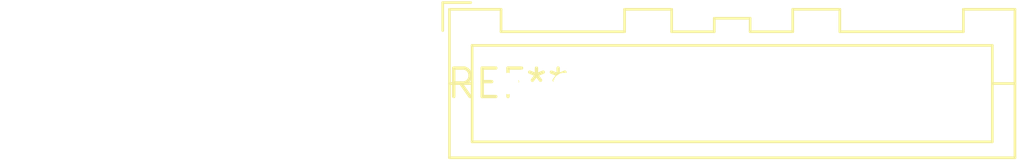
<source format=kicad_pcb>
(kicad_pcb (version 20240108) (generator pcbnew)
  (layers (0 "F.Cu" signal) (31 "B.Cu" signal) (34 "B.Paste" user) (35 "F.Paste" user) (36 "B.SilkS" user "B.Silkscreen") (37 "F.SilkS" user "F.Silkscreen") (38 "B.Mask" user) (39 "F.Mask" user) (44 "Edge.Cuts" user))
  (net 0 "")
  (footprint "JST_XA_B09B-XASK-1_1x09_P2.50mm_Vertical" (layer "F.Cu") (at 0 0)
    (property "Reference" "REF**")
    (property "Value" "JST_XA_B09B-XASK-1_1x09_P2.50mm_Vertical")
    (fp_line (start -2.91 -3.61) (end -2.91 -2.36) (layer "F.SilkS") (stroke (width 0.12)))
    (fp_line (start -2.61 -3.31) (end -2.61 3.31) (layer "F.SilkS") (stroke (width 0.12)))
    (fp_line (start -2.61 0) (end -1.6 0) (layer "F.SilkS") (stroke (width 0.12)))
    (fp_line (start -2.61 3.31) (end 22.61 3.31) (layer "F.SilkS") (stroke (width 0.12)))
    (fp_line (start -1.66 -3.61) (end -2.91 -3.61) (layer "F.SilkS") (stroke (width 0.12)))
    (fp_line (start -1.6 -1.7) (end -1.6 2.6) (layer "F.SilkS") (stroke (width 0.12)))
    (fp_line (start -1.6 2.6) (end 21.6 2.6) (layer "F.SilkS") (stroke (width 0.12)))
    (fp_line (start -0.31 -3.31) (end -2.61 -3.31) (layer "F.SilkS") (stroke (width 0.12)))
    (fp_line (start -0.31 -2.31) (end -0.31 -3.31) (layer "F.SilkS") (stroke (width 0.12)))
    (fp_line (start 5.2 -3.31) (end 5.2 -2.31) (layer "F.SilkS") (stroke (width 0.12)))
    (fp_line (start 5.2 -2.31) (end -0.31 -2.31) (layer "F.SilkS") (stroke (width 0.12)))
    (fp_line (start 7.3 -3.31) (end 5.2 -3.31) (layer "F.SilkS") (stroke (width 0.12)))
    (fp_line (start 7.3 -2.31) (end 7.3 -3.31) (layer "F.SilkS") (stroke (width 0.12)))
    (fp_line (start 9.2 -2.91) (end 9.2 -2.31) (layer "F.SilkS") (stroke (width 0.12)))
    (fp_line (start 9.2 -2.31) (end 7.3 -2.31) (layer "F.SilkS") (stroke (width 0.12)))
    (fp_line (start 10.8 -2.91) (end 9.2 -2.91) (layer "F.SilkS") (stroke (width 0.12)))
    (fp_line (start 10.8 -2.31) (end 10.8 -2.91) (layer "F.SilkS") (stroke (width 0.12)))
    (fp_line (start 12.7 -3.31) (end 12.7 -2.31) (layer "F.SilkS") (stroke (width 0.12)))
    (fp_line (start 12.7 -2.31) (end 10.8 -2.31) (layer "F.SilkS") (stroke (width 0.12)))
    (fp_line (start 14.8 -3.31) (end 12.7 -3.31) (layer "F.SilkS") (stroke (width 0.12)))
    (fp_line (start 14.8 -2.31) (end 14.8 -3.31) (layer "F.SilkS") (stroke (width 0.12)))
    (fp_line (start 20.31 -3.31) (end 20.31 -2.31) (layer "F.SilkS") (stroke (width 0.12)))
    (fp_line (start 20.31 -2.31) (end 14.8 -2.31) (layer "F.SilkS") (stroke (width 0.12)))
    (fp_line (start 21.6 -1.7) (end -1.6 -1.7) (layer "F.SilkS") (stroke (width 0.12)))
    (fp_line (start 21.6 2.6) (end 21.6 -1.7) (layer "F.SilkS") (stroke (width 0.12)))
    (fp_line (start 22.61 -3.31) (end 20.31 -3.31) (layer "F.SilkS") (stroke (width 0.12)))
    (fp_line (start 22.61 0) (end 21.6 0) (layer "F.SilkS") (stroke (width 0.12)))
    (fp_line (start 22.61 3.31) (end 22.61 -3.31) (layer "F.SilkS") (stroke (width 0.12)))
    (pad "1" thru_hole roundrect (at 0 0) (size 1.7 1.95) (drill 0.95) (layers *.Cu *.Mask) (remove_unused_layers) (roundrect_rratio 0.147059))
    (pad "2" thru_hole oval (at 2.5 0) (size 1.7 1.95) (drill 0.95) (layers *.Cu *.Mask) (remove_unused_layers))
    (pad "3" thru_hole oval (at 5 0) (size 1.7 1.95) (drill 0.95) (layers *.Cu *.Mask) (remove_unused_layers))
    (pad "4" thru_hole oval (at 7.5 0) (size 1.7 1.95) (drill 0.95) (layers *.Cu *.Mask) (remove_unused_layers))
    (pad "5" thru_hole oval (at 10 0) (size 1.7 1.95) (drill 0.95) (layers *.Cu *.Mask) (remove_unused_layers))
    (pad "6" thru_hole oval (at 12.5 0) (size 1.7 1.95) (drill 0.95) (layers *.Cu *.Mask) (remove_unused_layers))
    (pad "7" thru_hole oval (at 15 0) (size 1.7 1.95) (drill 0.95) (layers *.Cu *.Mask) (remove_unused_layers))
    (pad "8" thru_hole oval (at 17.5 0) (size 1.7 1.95) (drill 0.95) (layers *.Cu *.Mask) (remove_unused_layers))
    (pad "9" thru_hole oval (at 20 0) (size 1.7 1.95) (drill 0.95) (layers *.Cu *.Mask) (remove_unused_layers))
  )
)
</source>
